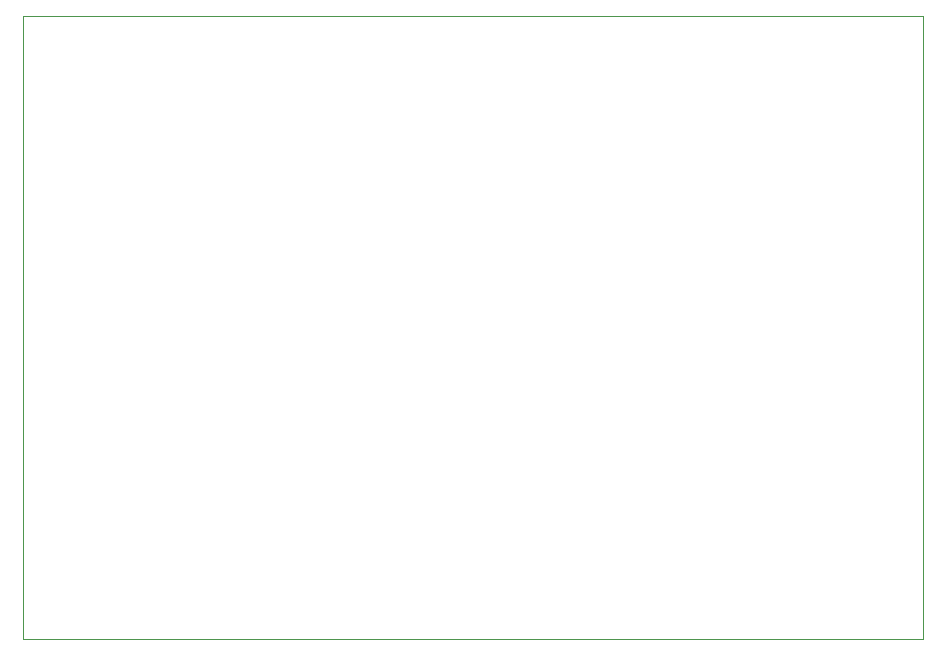
<source format=gbr>
G04 (created by PCBNEW (2013-07-07 BZR 4022)-stable) date 01/12/2013 21:57:09*
%MOIN*%
G04 Gerber Fmt 3.4, Leading zero omitted, Abs format*
%FSLAX34Y34*%
G01*
G70*
G90*
G04 APERTURE LIST*
%ADD10C,0.00590551*%
%ADD11C,0.00393701*%
G04 APERTURE END LIST*
G54D10*
G54D11*
X65500Y-67750D02*
X65500Y-47000D01*
X35500Y-67750D02*
X35500Y-47000D01*
X35500Y-47000D02*
X65500Y-47000D01*
X65500Y-67750D02*
X35500Y-67750D01*
M02*

</source>
